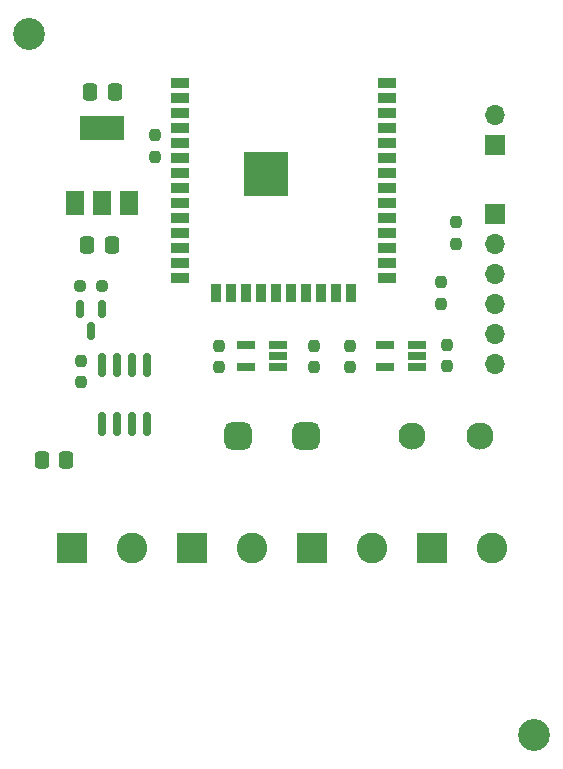
<source format=gts>
%TF.GenerationSoftware,KiCad,Pcbnew,7.0.1*%
%TF.CreationDate,2023-05-02T23:50:35+02:00*%
%TF.ProjectId,espilepsy,65737069-6c65-4707-9379-2e6b69636164,rev?*%
%TF.SameCoordinates,Original*%
%TF.FileFunction,Soldermask,Top*%
%TF.FilePolarity,Negative*%
%FSLAX46Y46*%
G04 Gerber Fmt 4.6, Leading zero omitted, Abs format (unit mm)*
G04 Created by KiCad (PCBNEW 7.0.1) date 2023-05-02 23:50:35*
%MOMM*%
%LPD*%
G01*
G04 APERTURE LIST*
G04 Aperture macros list*
%AMRoundRect*
0 Rectangle with rounded corners*
0 $1 Rounding radius*
0 $2 $3 $4 $5 $6 $7 $8 $9 X,Y pos of 4 corners*
0 Add a 4 corners polygon primitive as box body*
4,1,4,$2,$3,$4,$5,$6,$7,$8,$9,$2,$3,0*
0 Add four circle primitives for the rounded corners*
1,1,$1+$1,$2,$3*
1,1,$1+$1,$4,$5*
1,1,$1+$1,$6,$7*
1,1,$1+$1,$8,$9*
0 Add four rect primitives between the rounded corners*
20,1,$1+$1,$2,$3,$4,$5,0*
20,1,$1+$1,$4,$5,$6,$7,0*
20,1,$1+$1,$6,$7,$8,$9,0*
20,1,$1+$1,$8,$9,$2,$3,0*%
G04 Aperture macros list end*
%ADD10RoundRect,0.150000X-0.150000X0.587500X-0.150000X-0.587500X0.150000X-0.587500X0.150000X0.587500X0*%
%ADD11RoundRect,0.575000X-0.575000X-0.575000X0.575000X-0.575000X0.575000X0.575000X-0.575000X0.575000X0*%
%ADD12C,2.300000*%
%ADD13R,2.600000X2.600000*%
%ADD14C,2.600000*%
%ADD15RoundRect,0.237500X0.237500X-0.250000X0.237500X0.250000X-0.237500X0.250000X-0.237500X-0.250000X0*%
%ADD16RoundRect,0.250000X0.337500X0.475000X-0.337500X0.475000X-0.337500X-0.475000X0.337500X-0.475000X0*%
%ADD17C,2.700000*%
%ADD18RoundRect,0.237500X-0.237500X0.250000X-0.237500X-0.250000X0.237500X-0.250000X0.237500X0.250000X0*%
%ADD19R,1.500000X0.900000*%
%ADD20R,0.900000X1.500000*%
%ADD21C,0.600000*%
%ADD22R,3.800000X3.800000*%
%ADD23R,1.500000X2.000000*%
%ADD24R,3.800000X2.000000*%
%ADD25R,1.700000X1.700000*%
%ADD26O,1.700000X1.700000*%
%ADD27R,1.560000X0.650000*%
%ADD28RoundRect,0.237500X0.250000X0.237500X-0.250000X0.237500X-0.250000X-0.237500X0.250000X-0.237500X0*%
%ADD29RoundRect,0.150000X-0.150000X0.825000X-0.150000X-0.825000X0.150000X-0.825000X0.150000X0.825000X0*%
G04 APERTURE END LIST*
D10*
%TO.C,Q1*%
X57187500Y-77119000D03*
X55287500Y-77119000D03*
X56237500Y-78994000D03*
%TD*%
D11*
%TO.C,F1*%
X68655000Y-87884000D03*
X74455000Y-87884000D03*
D12*
X83355000Y-87884000D03*
X89155000Y-87884000D03*
%TD*%
D13*
%TO.C,J3*%
X64765000Y-97409000D03*
D14*
X69845000Y-97409000D03*
%TD*%
D15*
%TO.C,R9*%
X86360000Y-82009000D03*
X86360000Y-80184000D03*
%TD*%
D13*
%TO.C,J2*%
X54605000Y-97409000D03*
D14*
X59685000Y-97409000D03*
%TD*%
D15*
%TO.C,R8*%
X75057000Y-82089000D03*
X75057000Y-80264000D03*
%TD*%
D16*
%TO.C,C2*%
X57955000Y-71755000D03*
X55880000Y-71755000D03*
%TD*%
%TO.C,C1*%
X58209000Y-58801000D03*
X56134000Y-58801000D03*
%TD*%
D17*
%TO.C,H2*%
X93750000Y-113200000D03*
%TD*%
D18*
%TO.C,R7*%
X67056000Y-80264000D03*
X67056000Y-82089000D03*
%TD*%
D19*
%TO.C,U3*%
X63780000Y-58039000D03*
X63780000Y-59309000D03*
X63780000Y-60579000D03*
X63780000Y-61849000D03*
X63780000Y-63119000D03*
X63780000Y-64389000D03*
X63780000Y-65659000D03*
X63780000Y-66929000D03*
X63780000Y-68199000D03*
X63780000Y-69469000D03*
X63780000Y-70739000D03*
X63780000Y-72009000D03*
X63780000Y-73279000D03*
X63780000Y-74549000D03*
D20*
X66820000Y-75799000D03*
X68090000Y-75799000D03*
X69360000Y-75799000D03*
X70630000Y-75799000D03*
X71900000Y-75799000D03*
X73170000Y-75799000D03*
X74440000Y-75799000D03*
X75710000Y-75799000D03*
X76980000Y-75799000D03*
X78250000Y-75799000D03*
D19*
X81280000Y-74549000D03*
X81280000Y-73279000D03*
X81280000Y-72009000D03*
X81280000Y-70739000D03*
X81280000Y-69469000D03*
X81280000Y-68199000D03*
X81280000Y-66929000D03*
X81280000Y-65659000D03*
X81280000Y-64389000D03*
X81280000Y-63119000D03*
X81280000Y-61849000D03*
X81280000Y-60579000D03*
X81280000Y-59309000D03*
X81280000Y-58039000D03*
D21*
X69630000Y-65059000D03*
X69630000Y-66459000D03*
X70330000Y-64359000D03*
X70330000Y-65759000D03*
X70330000Y-67159000D03*
X71005000Y-65059000D03*
X71005000Y-66459000D03*
D22*
X71030000Y-65759000D03*
D21*
X71730000Y-64359000D03*
X71730000Y-65759000D03*
X71730000Y-67159000D03*
X72430000Y-65059000D03*
X72430000Y-66459000D03*
%TD*%
D23*
%TO.C,U1*%
X54850000Y-68149000D03*
X57150000Y-68149000D03*
D24*
X57150000Y-61849000D03*
D23*
X59450000Y-68149000D03*
%TD*%
D25*
%TO.C,J1*%
X90424000Y-69088000D03*
D26*
X90424000Y-71628000D03*
X90424000Y-74168000D03*
X90424000Y-76708000D03*
X90424000Y-79248000D03*
X90424000Y-81788000D03*
%TD*%
D27*
%TO.C,U4*%
X72042000Y-82089000D03*
X72042000Y-81139000D03*
X72042000Y-80189000D03*
X69342000Y-80189000D03*
X69342000Y-82089000D03*
%TD*%
D28*
%TO.C,R4*%
X57150000Y-75184000D03*
X55325000Y-75184000D03*
%TD*%
D15*
%TO.C,R5*%
X55372000Y-83359000D03*
X55372000Y-81534000D03*
%TD*%
D16*
%TO.C,C3*%
X54102000Y-89916000D03*
X52027000Y-89916000D03*
%TD*%
D13*
%TO.C,J5*%
X85090000Y-97409000D03*
D14*
X90170000Y-97409000D03*
%TD*%
D15*
%TO.C,R1*%
X61595000Y-64262000D03*
X61595000Y-62437000D03*
%TD*%
D27*
%TO.C,U2*%
X83820000Y-82084000D03*
X83820000Y-81134000D03*
X83820000Y-80184000D03*
X81120000Y-80184000D03*
X81120000Y-82084000D03*
%TD*%
D17*
%TO.C,H1*%
X51000000Y-53900000D03*
%TD*%
D18*
%TO.C,R10*%
X85852000Y-74883000D03*
X85852000Y-76708000D03*
%TD*%
D29*
%TO.C,Q2*%
X60960000Y-81918000D03*
X59690000Y-81918000D03*
X58420000Y-81918000D03*
X57150000Y-81918000D03*
X57150000Y-86868000D03*
X58420000Y-86868000D03*
X59690000Y-86868000D03*
X60960000Y-86868000D03*
%TD*%
D13*
%TO.C,J4*%
X74925000Y-97409000D03*
D14*
X80005000Y-97409000D03*
%TD*%
D25*
%TO.C,J6*%
X90424000Y-63246000D03*
D26*
X90424000Y-60706000D03*
%TD*%
D18*
%TO.C,R6*%
X78105000Y-80264000D03*
X78105000Y-82089000D03*
%TD*%
%TO.C,R11*%
X87122000Y-69803000D03*
X87122000Y-71628000D03*
%TD*%
M02*

</source>
